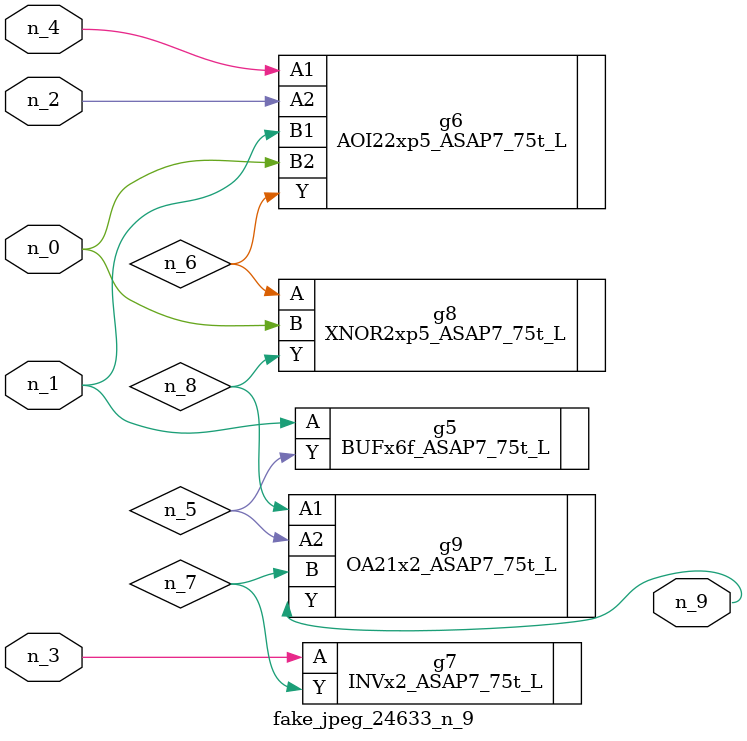
<source format=v>
module fake_jpeg_24633_n_9 (n_3, n_2, n_1, n_0, n_4, n_9);

input n_3;
input n_2;
input n_1;
input n_0;
input n_4;

output n_9;

wire n_8;
wire n_6;
wire n_5;
wire n_7;

BUFx6f_ASAP7_75t_L g5 ( 
.A(n_1),
.Y(n_5)
);

AOI22xp5_ASAP7_75t_L g6 ( 
.A1(n_4),
.A2(n_2),
.B1(n_1),
.B2(n_0),
.Y(n_6)
);

INVx2_ASAP7_75t_L g7 ( 
.A(n_3),
.Y(n_7)
);

XNOR2xp5_ASAP7_75t_L g8 ( 
.A(n_6),
.B(n_0),
.Y(n_8)
);

OA21x2_ASAP7_75t_L g9 ( 
.A1(n_8),
.A2(n_5),
.B(n_7),
.Y(n_9)
);


endmodule
</source>
